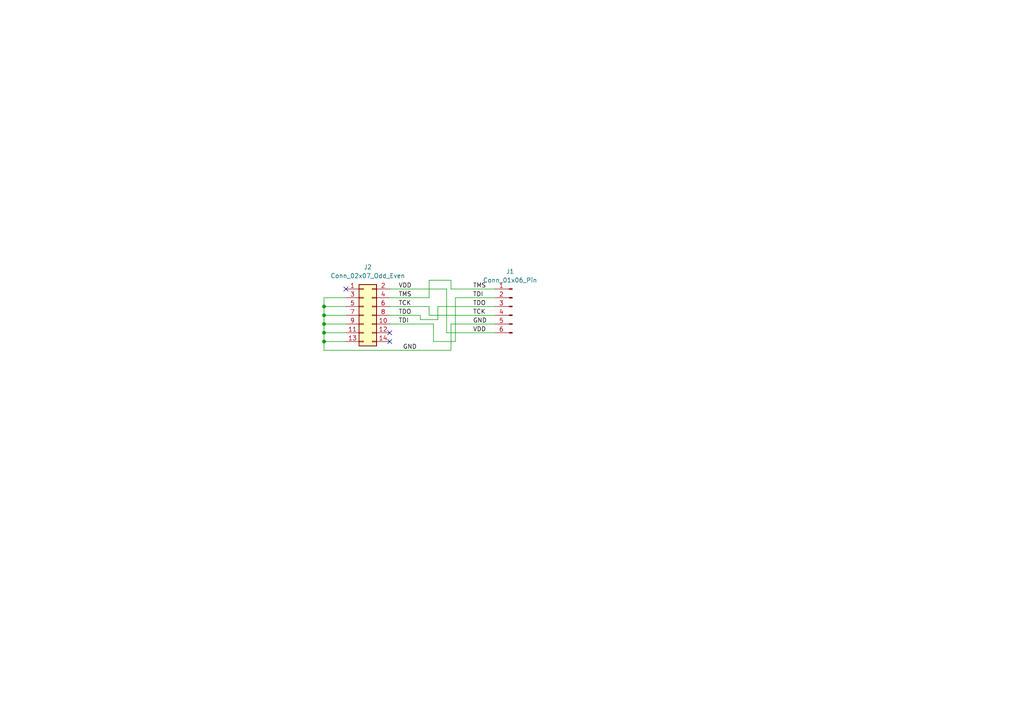
<source format=kicad_sch>
(kicad_sch
	(version 20231120)
	(generator "eeschema")
	(generator_version "8.0")
	(uuid "af0ee61b-bc34-4aee-bec4-e4f427a516ba")
	(paper "A4")
	(lib_symbols
		(symbol "Connector:Conn_01x06_Pin"
			(pin_names
				(offset 1.016) hide)
			(exclude_from_sim no)
			(in_bom yes)
			(on_board yes)
			(property "Reference" "J"
				(at 0 7.62 0)
				(effects
					(font
						(size 1.27 1.27)
					)
				)
			)
			(property "Value" "Conn_01x06_Pin"
				(at 0 -10.16 0)
				(effects
					(font
						(size 1.27 1.27)
					)
				)
			)
			(property "Footprint" ""
				(at 0 0 0)
				(effects
					(font
						(size 1.27 1.27)
					)
					(hide yes)
				)
			)
			(property "Datasheet" "~"
				(at 0 0 0)
				(effects
					(font
						(size 1.27 1.27)
					)
					(hide yes)
				)
			)
			(property "Description" "Generic connector, single row, 01x06, script generated"
				(at 0 0 0)
				(effects
					(font
						(size 1.27 1.27)
					)
					(hide yes)
				)
			)
			(property "ki_locked" ""
				(at 0 0 0)
				(effects
					(font
						(size 1.27 1.27)
					)
				)
			)
			(property "ki_keywords" "connector"
				(at 0 0 0)
				(effects
					(font
						(size 1.27 1.27)
					)
					(hide yes)
				)
			)
			(property "ki_fp_filters" "Connector*:*_1x??_*"
				(at 0 0 0)
				(effects
					(font
						(size 1.27 1.27)
					)
					(hide yes)
				)
			)
			(symbol "Conn_01x06_Pin_1_1"
				(polyline
					(pts
						(xy 1.27 -7.62) (xy 0.8636 -7.62)
					)
					(stroke
						(width 0.1524)
						(type default)
					)
					(fill
						(type none)
					)
				)
				(polyline
					(pts
						(xy 1.27 -5.08) (xy 0.8636 -5.08)
					)
					(stroke
						(width 0.1524)
						(type default)
					)
					(fill
						(type none)
					)
				)
				(polyline
					(pts
						(xy 1.27 -2.54) (xy 0.8636 -2.54)
					)
					(stroke
						(width 0.1524)
						(type default)
					)
					(fill
						(type none)
					)
				)
				(polyline
					(pts
						(xy 1.27 0) (xy 0.8636 0)
					)
					(stroke
						(width 0.1524)
						(type default)
					)
					(fill
						(type none)
					)
				)
				(polyline
					(pts
						(xy 1.27 2.54) (xy 0.8636 2.54)
					)
					(stroke
						(width 0.1524)
						(type default)
					)
					(fill
						(type none)
					)
				)
				(polyline
					(pts
						(xy 1.27 5.08) (xy 0.8636 5.08)
					)
					(stroke
						(width 0.1524)
						(type default)
					)
					(fill
						(type none)
					)
				)
				(rectangle
					(start 0.8636 -7.493)
					(end 0 -7.747)
					(stroke
						(width 0.1524)
						(type default)
					)
					(fill
						(type outline)
					)
				)
				(rectangle
					(start 0.8636 -4.953)
					(end 0 -5.207)
					(stroke
						(width 0.1524)
						(type default)
					)
					(fill
						(type outline)
					)
				)
				(rectangle
					(start 0.8636 -2.413)
					(end 0 -2.667)
					(stroke
						(width 0.1524)
						(type default)
					)
					(fill
						(type outline)
					)
				)
				(rectangle
					(start 0.8636 0.127)
					(end 0 -0.127)
					(stroke
						(width 0.1524)
						(type default)
					)
					(fill
						(type outline)
					)
				)
				(rectangle
					(start 0.8636 2.667)
					(end 0 2.413)
					(stroke
						(width 0.1524)
						(type default)
					)
					(fill
						(type outline)
					)
				)
				(rectangle
					(start 0.8636 5.207)
					(end 0 4.953)
					(stroke
						(width 0.1524)
						(type default)
					)
					(fill
						(type outline)
					)
				)
				(pin passive line
					(at 5.08 5.08 180)
					(length 3.81)
					(name "Pin_1"
						(effects
							(font
								(size 1.27 1.27)
							)
						)
					)
					(number "1"
						(effects
							(font
								(size 1.27 1.27)
							)
						)
					)
				)
				(pin passive line
					(at 5.08 2.54 180)
					(length 3.81)
					(name "Pin_2"
						(effects
							(font
								(size 1.27 1.27)
							)
						)
					)
					(number "2"
						(effects
							(font
								(size 1.27 1.27)
							)
						)
					)
				)
				(pin passive line
					(at 5.08 0 180)
					(length 3.81)
					(name "Pin_3"
						(effects
							(font
								(size 1.27 1.27)
							)
						)
					)
					(number "3"
						(effects
							(font
								(size 1.27 1.27)
							)
						)
					)
				)
				(pin passive line
					(at 5.08 -2.54 180)
					(length 3.81)
					(name "Pin_4"
						(effects
							(font
								(size 1.27 1.27)
							)
						)
					)
					(number "4"
						(effects
							(font
								(size 1.27 1.27)
							)
						)
					)
				)
				(pin passive line
					(at 5.08 -5.08 180)
					(length 3.81)
					(name "Pin_5"
						(effects
							(font
								(size 1.27 1.27)
							)
						)
					)
					(number "5"
						(effects
							(font
								(size 1.27 1.27)
							)
						)
					)
				)
				(pin passive line
					(at 5.08 -7.62 180)
					(length 3.81)
					(name "Pin_6"
						(effects
							(font
								(size 1.27 1.27)
							)
						)
					)
					(number "6"
						(effects
							(font
								(size 1.27 1.27)
							)
						)
					)
				)
			)
		)
		(symbol "Connector_Generic:Conn_02x07_Odd_Even"
			(pin_names
				(offset 1.016) hide)
			(exclude_from_sim no)
			(in_bom yes)
			(on_board yes)
			(property "Reference" "J"
				(at 1.27 10.16 0)
				(effects
					(font
						(size 1.27 1.27)
					)
				)
			)
			(property "Value" "Conn_02x07_Odd_Even"
				(at 1.27 -10.16 0)
				(effects
					(font
						(size 1.27 1.27)
					)
				)
			)
			(property "Footprint" ""
				(at 0 0 0)
				(effects
					(font
						(size 1.27 1.27)
					)
					(hide yes)
				)
			)
			(property "Datasheet" "~"
				(at 0 0 0)
				(effects
					(font
						(size 1.27 1.27)
					)
					(hide yes)
				)
			)
			(property "Description" "Generic connector, double row, 02x07, odd/even pin numbering scheme (row 1 odd numbers, row 2 even numbers), script generated (kicad-library-utils/schlib/autogen/connector/)"
				(at 0 0 0)
				(effects
					(font
						(size 1.27 1.27)
					)
					(hide yes)
				)
			)
			(property "ki_keywords" "connector"
				(at 0 0 0)
				(effects
					(font
						(size 1.27 1.27)
					)
					(hide yes)
				)
			)
			(property "ki_fp_filters" "Connector*:*_2x??_*"
				(at 0 0 0)
				(effects
					(font
						(size 1.27 1.27)
					)
					(hide yes)
				)
			)
			(symbol "Conn_02x07_Odd_Even_1_1"
				(rectangle
					(start -1.27 -7.493)
					(end 0 -7.747)
					(stroke
						(width 0.1524)
						(type default)
					)
					(fill
						(type none)
					)
				)
				(rectangle
					(start -1.27 -4.953)
					(end 0 -5.207)
					(stroke
						(width 0.1524)
						(type default)
					)
					(fill
						(type none)
					)
				)
				(rectangle
					(start -1.27 -2.413)
					(end 0 -2.667)
					(stroke
						(width 0.1524)
						(type default)
					)
					(fill
						(type none)
					)
				)
				(rectangle
					(start -1.27 0.127)
					(end 0 -0.127)
					(stroke
						(width 0.1524)
						(type default)
					)
					(fill
						(type none)
					)
				)
				(rectangle
					(start -1.27 2.667)
					(end 0 2.413)
					(stroke
						(width 0.1524)
						(type default)
					)
					(fill
						(type none)
					)
				)
				(rectangle
					(start -1.27 5.207)
					(end 0 4.953)
					(stroke
						(width 0.1524)
						(type default)
					)
					(fill
						(type none)
					)
				)
				(rectangle
					(start -1.27 7.747)
					(end 0 7.493)
					(stroke
						(width 0.1524)
						(type default)
					)
					(fill
						(type none)
					)
				)
				(rectangle
					(start -1.27 8.89)
					(end 3.81 -8.89)
					(stroke
						(width 0.254)
						(type default)
					)
					(fill
						(type background)
					)
				)
				(rectangle
					(start 3.81 -7.493)
					(end 2.54 -7.747)
					(stroke
						(width 0.1524)
						(type default)
					)
					(fill
						(type none)
					)
				)
				(rectangle
					(start 3.81 -4.953)
					(end 2.54 -5.207)
					(stroke
						(width 0.1524)
						(type default)
					)
					(fill
						(type none)
					)
				)
				(rectangle
					(start 3.81 -2.413)
					(end 2.54 -2.667)
					(stroke
						(width 0.1524)
						(type default)
					)
					(fill
						(type none)
					)
				)
				(rectangle
					(start 3.81 0.127)
					(end 2.54 -0.127)
					(stroke
						(width 0.1524)
						(type default)
					)
					(fill
						(type none)
					)
				)
				(rectangle
					(start 3.81 2.667)
					(end 2.54 2.413)
					(stroke
						(width 0.1524)
						(type default)
					)
					(fill
						(type none)
					)
				)
				(rectangle
					(start 3.81 5.207)
					(end 2.54 4.953)
					(stroke
						(width 0.1524)
						(type default)
					)
					(fill
						(type none)
					)
				)
				(rectangle
					(start 3.81 7.747)
					(end 2.54 7.493)
					(stroke
						(width 0.1524)
						(type default)
					)
					(fill
						(type none)
					)
				)
				(pin passive line
					(at -5.08 7.62 0)
					(length 3.81)
					(name "Pin_1"
						(effects
							(font
								(size 1.27 1.27)
							)
						)
					)
					(number "1"
						(effects
							(font
								(size 1.27 1.27)
							)
						)
					)
				)
				(pin passive line
					(at 7.62 -2.54 180)
					(length 3.81)
					(name "Pin_10"
						(effects
							(font
								(size 1.27 1.27)
							)
						)
					)
					(number "10"
						(effects
							(font
								(size 1.27 1.27)
							)
						)
					)
				)
				(pin passive line
					(at -5.08 -5.08 0)
					(length 3.81)
					(name "Pin_11"
						(effects
							(font
								(size 1.27 1.27)
							)
						)
					)
					(number "11"
						(effects
							(font
								(size 1.27 1.27)
							)
						)
					)
				)
				(pin passive line
					(at 7.62 -5.08 180)
					(length 3.81)
					(name "Pin_12"
						(effects
							(font
								(size 1.27 1.27)
							)
						)
					)
					(number "12"
						(effects
							(font
								(size 1.27 1.27)
							)
						)
					)
				)
				(pin passive line
					(at -5.08 -7.62 0)
					(length 3.81)
					(name "Pin_13"
						(effects
							(font
								(size 1.27 1.27)
							)
						)
					)
					(number "13"
						(effects
							(font
								(size 1.27 1.27)
							)
						)
					)
				)
				(pin passive line
					(at 7.62 -7.62 180)
					(length 3.81)
					(name "Pin_14"
						(effects
							(font
								(size 1.27 1.27)
							)
						)
					)
					(number "14"
						(effects
							(font
								(size 1.27 1.27)
							)
						)
					)
				)
				(pin passive line
					(at 7.62 7.62 180)
					(length 3.81)
					(name "Pin_2"
						(effects
							(font
								(size 1.27 1.27)
							)
						)
					)
					(number "2"
						(effects
							(font
								(size 1.27 1.27)
							)
						)
					)
				)
				(pin passive line
					(at -5.08 5.08 0)
					(length 3.81)
					(name "Pin_3"
						(effects
							(font
								(size 1.27 1.27)
							)
						)
					)
					(number "3"
						(effects
							(font
								(size 1.27 1.27)
							)
						)
					)
				)
				(pin passive line
					(at 7.62 5.08 180)
					(length 3.81)
					(name "Pin_4"
						(effects
							(font
								(size 1.27 1.27)
							)
						)
					)
					(number "4"
						(effects
							(font
								(size 1.27 1.27)
							)
						)
					)
				)
				(pin passive line
					(at -5.08 2.54 0)
					(length 3.81)
					(name "Pin_5"
						(effects
							(font
								(size 1.27 1.27)
							)
						)
					)
					(number "5"
						(effects
							(font
								(size 1.27 1.27)
							)
						)
					)
				)
				(pin passive line
					(at 7.62 2.54 180)
					(length 3.81)
					(name "Pin_6"
						(effects
							(font
								(size 1.27 1.27)
							)
						)
					)
					(number "6"
						(effects
							(font
								(size 1.27 1.27)
							)
						)
					)
				)
				(pin passive line
					(at -5.08 0 0)
					(length 3.81)
					(name "Pin_7"
						(effects
							(font
								(size 1.27 1.27)
							)
						)
					)
					(number "7"
						(effects
							(font
								(size 1.27 1.27)
							)
						)
					)
				)
				(pin passive line
					(at 7.62 0 180)
					(length 3.81)
					(name "Pin_8"
						(effects
							(font
								(size 1.27 1.27)
							)
						)
					)
					(number "8"
						(effects
							(font
								(size 1.27 1.27)
							)
						)
					)
				)
				(pin passive line
					(at -5.08 -2.54 0)
					(length 3.81)
					(name "Pin_9"
						(effects
							(font
								(size 1.27 1.27)
							)
						)
					)
					(number "9"
						(effects
							(font
								(size 1.27 1.27)
							)
						)
					)
				)
			)
		)
	)
	(junction
		(at 93.98 99.06)
		(diameter 0)
		(color 0 0 0 0)
		(uuid "09a969e6-86db-47f6-9d4b-20638149da79")
	)
	(junction
		(at 93.98 93.98)
		(diameter 0)
		(color 0 0 0 0)
		(uuid "477662a4-c9f4-44ea-b876-c672a795f509")
	)
	(junction
		(at 93.98 96.52)
		(diameter 0)
		(color 0 0 0 0)
		(uuid "a18de28c-effd-4854-9a34-db63ca30b6ea")
	)
	(junction
		(at 93.98 88.9)
		(diameter 0)
		(color 0 0 0 0)
		(uuid "a862e00f-66dd-4d14-b227-03032d3e9f7d")
	)
	(junction
		(at 93.98 91.44)
		(diameter 0)
		(color 0 0 0 0)
		(uuid "f63294cf-3869-49a2-8e82-523f3bce0e33")
	)
	(no_connect
		(at 113.03 99.06)
		(uuid "4a27b464-4992-43b4-a250-9cb2f257e2b7")
	)
	(no_connect
		(at 113.03 96.52)
		(uuid "80a6d468-ca3c-45f3-9e96-7147a04c4a6b")
	)
	(no_connect
		(at 100.33 83.82)
		(uuid "849fe0d7-9017-447b-8c41-82b7366a4cc1")
	)
	(wire
		(pts
			(xy 93.98 88.9) (xy 93.98 91.44)
		)
		(stroke
			(width 0)
			(type default)
		)
		(uuid "05aa720a-bd7a-4816-9710-ba80ad211cfa")
	)
	(wire
		(pts
			(xy 93.98 99.06) (xy 100.33 99.06)
		)
		(stroke
			(width 0)
			(type default)
		)
		(uuid "06c289a1-1119-40ec-9331-0bf22ba9e613")
	)
	(wire
		(pts
			(xy 130.81 81.28) (xy 124.46 81.28)
		)
		(stroke
			(width 0)
			(type default)
		)
		(uuid "0c82a89a-3d1c-4000-a799-91138a637ee7")
	)
	(wire
		(pts
			(xy 113.03 83.82) (xy 129.54 83.82)
		)
		(stroke
			(width 0)
			(type default)
		)
		(uuid "128f445c-27a8-4695-bef9-a4a1c50e44e9")
	)
	(wire
		(pts
			(xy 93.98 101.6) (xy 93.98 99.06)
		)
		(stroke
			(width 0)
			(type default)
		)
		(uuid "142aa946-80c1-4090-8a67-869355134f1a")
	)
	(wire
		(pts
			(xy 100.33 91.44) (xy 93.98 91.44)
		)
		(stroke
			(width 0)
			(type default)
		)
		(uuid "1d1c56ac-edb7-458f-99e2-5a4c3cabb492")
	)
	(wire
		(pts
			(xy 130.81 83.82) (xy 130.81 81.28)
		)
		(stroke
			(width 0)
			(type default)
		)
		(uuid "24387539-2fb8-43a1-975e-dc5381f11320")
	)
	(wire
		(pts
			(xy 113.03 86.36) (xy 124.46 86.36)
		)
		(stroke
			(width 0)
			(type default)
		)
		(uuid "2618bbab-f06b-4bd5-81e6-f850741d8dfc")
	)
	(wire
		(pts
			(xy 132.08 99.06) (xy 132.08 86.36)
		)
		(stroke
			(width 0)
			(type default)
		)
		(uuid "31aa2586-719c-46df-9423-920ed96c0134")
	)
	(wire
		(pts
			(xy 124.46 88.9) (xy 124.46 91.44)
		)
		(stroke
			(width 0)
			(type default)
		)
		(uuid "3334998e-1a90-4e63-97ab-d41d0c1b8595")
	)
	(wire
		(pts
			(xy 130.81 93.98) (xy 130.81 101.6)
		)
		(stroke
			(width 0)
			(type default)
		)
		(uuid "3636ee0a-3d74-4e4e-a242-5d24f12832a4")
	)
	(wire
		(pts
			(xy 130.81 83.82) (xy 143.51 83.82)
		)
		(stroke
			(width 0)
			(type default)
		)
		(uuid "36fd236d-cc35-4298-8d28-708a5fd576e6")
	)
	(wire
		(pts
			(xy 125.73 93.98) (xy 125.73 99.06)
		)
		(stroke
			(width 0)
			(type default)
		)
		(uuid "4c6f17ac-cccb-4c35-a758-680215334462")
	)
	(wire
		(pts
			(xy 93.98 93.98) (xy 93.98 96.52)
		)
		(stroke
			(width 0)
			(type default)
		)
		(uuid "50b21bd3-ab0e-4bd3-b028-b7bfee7731de")
	)
	(wire
		(pts
			(xy 127 92.71) (xy 121.92 92.71)
		)
		(stroke
			(width 0)
			(type default)
		)
		(uuid "528bd6f1-cd53-4cfb-94a9-73b1b259240b")
	)
	(wire
		(pts
			(xy 100.33 96.52) (xy 93.98 96.52)
		)
		(stroke
			(width 0)
			(type default)
		)
		(uuid "541b720b-d356-4beb-a230-5cf2127f77df")
	)
	(wire
		(pts
			(xy 113.03 93.98) (xy 125.73 93.98)
		)
		(stroke
			(width 0)
			(type default)
		)
		(uuid "58cc9bc4-9798-497a-a692-f3fc52f9abbc")
	)
	(wire
		(pts
			(xy 93.98 96.52) (xy 93.98 99.06)
		)
		(stroke
			(width 0)
			(type default)
		)
		(uuid "5e5fe872-e50e-4019-86c8-b94b6340c529")
	)
	(wire
		(pts
			(xy 93.98 91.44) (xy 93.98 93.98)
		)
		(stroke
			(width 0)
			(type default)
		)
		(uuid "61dee6b5-bf26-440a-b959-2630c2b74031")
	)
	(wire
		(pts
			(xy 127 88.9) (xy 127 92.71)
		)
		(stroke
			(width 0)
			(type default)
		)
		(uuid "67e65174-ba0f-4a10-aae3-b410877b1fda")
	)
	(wire
		(pts
			(xy 100.33 88.9) (xy 93.98 88.9)
		)
		(stroke
			(width 0)
			(type default)
		)
		(uuid "7058763e-4b6e-4313-a601-278f3826db2b")
	)
	(wire
		(pts
			(xy 129.54 96.52) (xy 129.54 83.82)
		)
		(stroke
			(width 0)
			(type default)
		)
		(uuid "8b4eb07c-3220-4fdf-95a4-3c04685d4858")
	)
	(wire
		(pts
			(xy 129.54 96.52) (xy 143.51 96.52)
		)
		(stroke
			(width 0)
			(type default)
		)
		(uuid "92110915-c684-4758-bbe2-62122bba6492")
	)
	(wire
		(pts
			(xy 113.03 91.44) (xy 121.92 91.44)
		)
		(stroke
			(width 0)
			(type default)
		)
		(uuid "94fcd036-90de-41c8-be40-e826ebecbad0")
	)
	(wire
		(pts
			(xy 124.46 81.28) (xy 124.46 86.36)
		)
		(stroke
			(width 0)
			(type default)
		)
		(uuid "b274a5d1-bacb-43f1-bb4a-a8b962fb9dc9")
	)
	(wire
		(pts
			(xy 125.73 99.06) (xy 132.08 99.06)
		)
		(stroke
			(width 0)
			(type default)
		)
		(uuid "b651880a-76ce-4249-81a0-d0f019791013")
	)
	(wire
		(pts
			(xy 127 88.9) (xy 143.51 88.9)
		)
		(stroke
			(width 0)
			(type default)
		)
		(uuid "b8241ebc-acb3-4458-804f-627d4626bf14")
	)
	(wire
		(pts
			(xy 124.46 91.44) (xy 143.51 91.44)
		)
		(stroke
			(width 0)
			(type default)
		)
		(uuid "c69235a2-a66f-43ac-b473-78da8812ac1a")
	)
	(wire
		(pts
			(xy 130.81 93.98) (xy 143.51 93.98)
		)
		(stroke
			(width 0)
			(type default)
		)
		(uuid "c8549400-d008-4fa5-95b4-b3bd5de719ba")
	)
	(wire
		(pts
			(xy 100.33 93.98) (xy 93.98 93.98)
		)
		(stroke
			(width 0)
			(type default)
		)
		(uuid "cbd00201-928a-4413-8b28-d8f3a8b4e718")
	)
	(wire
		(pts
			(xy 100.33 86.36) (xy 93.98 86.36)
		)
		(stroke
			(width 0)
			(type default)
		)
		(uuid "cf231242-14e2-46b6-9047-d13bb51351ef")
	)
	(wire
		(pts
			(xy 93.98 101.6) (xy 130.81 101.6)
		)
		(stroke
			(width 0)
			(type default)
		)
		(uuid "da359433-d9be-40d8-9346-7498ff20605d")
	)
	(wire
		(pts
			(xy 121.92 91.44) (xy 121.92 92.71)
		)
		(stroke
			(width 0)
			(type default)
		)
		(uuid "daaf57a6-1d4a-4e12-a817-5f9982c5312c")
	)
	(wire
		(pts
			(xy 113.03 88.9) (xy 124.46 88.9)
		)
		(stroke
			(width 0)
			(type default)
		)
		(uuid "ed7a526f-d499-4387-b896-cd058bbfc49b")
	)
	(wire
		(pts
			(xy 132.08 86.36) (xy 143.51 86.36)
		)
		(stroke
			(width 0)
			(type default)
		)
		(uuid "efdf4067-e26a-4ee7-98b9-158e5fe20990")
	)
	(wire
		(pts
			(xy 93.98 86.36) (xy 93.98 88.9)
		)
		(stroke
			(width 0)
			(type default)
		)
		(uuid "f4749adf-8a98-4cbb-ae76-47cce21bf66d")
	)
	(label "TDI"
		(at 115.57 93.98 0)
		(effects
			(font
				(size 1.27 1.27)
			)
			(justify left bottom)
		)
		(uuid "21af49d1-c2ef-4bee-8c50-35b237c79463")
	)
	(label "TCK"
		(at 137.16 91.44 0)
		(effects
			(font
				(size 1.27 1.27)
			)
			(justify left bottom)
		)
		(uuid "34414be0-1d7d-45e9-9c11-2f713de03105")
	)
	(label "TDO"
		(at 115.57 91.44 0)
		(effects
			(font
				(size 1.27 1.27)
			)
			(justify left bottom)
		)
		(uuid "36507016-e098-48f4-b19f-3320f114bc5f")
	)
	(label "VDD"
		(at 115.57 83.82 0)
		(effects
			(font
				(size 1.27 1.27)
			)
			(justify left bottom)
		)
		(uuid "480cb99c-b57c-4227-8560-94104e852afd")
	)
	(label "GND"
		(at 137.16 93.98 0)
		(effects
			(font
				(size 1.27 1.27)
			)
			(justify left bottom)
		)
		(uuid "5c44b18c-b813-4c00-b18c-548f5cdfb707")
	)
	(label "VDD"
		(at 137.16 96.52 0)
		(effects
			(font
				(size 1.27 1.27)
			)
			(justify left bottom)
		)
		(uuid "626795bb-b321-4cdd-b542-20aba6755c46")
	)
	(label "TMS"
		(at 137.16 83.82 0)
		(effects
			(font
				(size 1.27 1.27)
			)
			(justify left bottom)
		)
		(uuid "681c8ca8-7deb-48fd-af5d-e78b52def0ee")
	)
	(label "TDI"
		(at 137.16 86.36 0)
		(effects
			(font
				(size 1.27 1.27)
			)
			(justify left bottom)
		)
		(uuid "6a0e34db-e791-40f7-9219-47cf188b9eb2")
	)
	(label "GND"
		(at 116.84 101.6 0)
		(effects
			(font
				(size 1.27 1.27)
			)
			(justify left bottom)
		)
		(uuid "78ca28b6-f4b7-434e-90be-cd9847ecdb8a")
	)
	(label "TDO"
		(at 137.16 88.9 0)
		(effects
			(font
				(size 1.27 1.27)
			)
			(justify left bottom)
		)
		(uuid "8fc57f4e-d074-4ec8-9d40-d3c3f4071165")
	)
	(label "TCK"
		(at 115.57 88.9 0)
		(effects
			(font
				(size 1.27 1.27)
			)
			(justify left bottom)
		)
		(uuid "9c754800-7b4e-43cf-bfec-2c9cc0975374")
	)
	(label "TMS"
		(at 115.57 86.36 0)
		(effects
			(font
				(size 1.27 1.27)
			)
			(justify left bottom)
		)
		(uuid "9f2c3617-9613-4307-aa39-05beb2e198e4")
	)
	(symbol
		(lib_id "Connector_Generic:Conn_02x07_Odd_Even")
		(at 105.41 91.44 0)
		(unit 1)
		(exclude_from_sim no)
		(in_bom yes)
		(on_board yes)
		(dnp no)
		(fields_autoplaced yes)
		(uuid "8a3d0d3e-ecbb-468a-9f60-e7c7fbe3f6c7")
		(property "Reference" "J2"
			(at 106.68 77.47 0)
			(effects
				(font
					(size 1.27 1.27)
				)
			)
		)
		(property "Value" "Conn_02x07_Odd_Even"
			(at 106.68 80.01 0)
			(effects
				(font
					(size 1.27 1.27)
				)
			)
		)
		(property "Footprint" "Connector_PinHeader_2.00mm:PinHeader_2x07_P2.00mm_Vertical"
			(at 105.41 91.44 0)
			(effects
				(font
					(size 1.27 1.27)
				)
				(hide yes)
			)
		)
		(property "Datasheet" "~"
			(at 105.41 91.44 0)
			(effects
				(font
					(size 1.27 1.27)
				)
				(hide yes)
			)
		)
		(property "Description" "Generic connector, double row, 02x07, odd/even pin numbering scheme (row 1 odd numbers, row 2 even numbers), script generated (kicad-library-utils/schlib/autogen/connector/)"
			(at 105.41 91.44 0)
			(effects
				(font
					(size 1.27 1.27)
				)
				(hide yes)
			)
		)
		(pin "3"
			(uuid "72c76323-f937-4e05-9e43-574126873e0f")
		)
		(pin "1"
			(uuid "bfa7ce5a-1ced-43f2-b804-e97bbbad8781")
		)
		(pin "14"
			(uuid "5e54c3f7-5a52-4420-9da1-df11e6466f89")
		)
		(pin "9"
			(uuid "3c115386-4dde-4823-8d88-d5beaff36f0b")
		)
		(pin "10"
			(uuid "a684b43a-2c26-4f92-ad43-d1d9710e9f73")
		)
		(pin "5"
			(uuid "0eb87627-d9ed-40a7-b10b-d198c86b2742")
		)
		(pin "2"
			(uuid "1aac5b15-020d-4cb2-b60e-e92c4cd12d1a")
		)
		(pin "13"
			(uuid "55aeb5f5-edd6-4cf7-8469-f5e6b5ae5253")
		)
		(pin "12"
			(uuid "8be85bca-36c6-4310-9103-ccd4cbd8efa8")
		)
		(pin "7"
			(uuid "3c2abc96-78a3-461c-8422-da580a33b086")
		)
		(pin "4"
			(uuid "b3c0d404-cc8d-4bbc-b8c1-c34d5862feda")
		)
		(pin "6"
			(uuid "32c06340-6d76-4077-ab02-097756d569b3")
		)
		(pin "11"
			(uuid "78f5cded-c6f3-4a0a-9cee-d38476ddd942")
		)
		(pin "8"
			(uuid "320b9bed-5068-4e4a-b2b9-858a7f6b2478")
		)
		(instances
			(project ""
				(path "/af0ee61b-bc34-4aee-bec4-e4f427a516ba"
					(reference "J2")
					(unit 1)
				)
			)
		)
	)
	(symbol
		(lib_id "Connector:Conn_01x06_Pin")
		(at 148.59 88.9 0)
		(mirror y)
		(unit 1)
		(exclude_from_sim no)
		(in_bom yes)
		(on_board yes)
		(dnp no)
		(uuid "f05ed167-dffb-4552-b513-3a87c6b037be")
		(property "Reference" "J1"
			(at 147.955 78.74 0)
			(effects
				(font
					(size 1.27 1.27)
				)
			)
		)
		(property "Value" "Conn_01x06_Pin"
			(at 147.955 81.28 0)
			(effects
				(font
					(size 1.27 1.27)
				)
			)
		)
		(property "Footprint" "Connector_PinHeader_2.54mm:PinHeader_1x06_P2.54mm_Vertical"
			(at 148.59 88.9 0)
			(effects
				(font
					(size 1.27 1.27)
				)
				(hide yes)
			)
		)
		(property "Datasheet" "~"
			(at 148.59 88.9 0)
			(effects
				(font
					(size 1.27 1.27)
				)
				(hide yes)
			)
		)
		(property "Description" "Generic connector, single row, 01x06, script generated"
			(at 148.59 88.9 0)
			(effects
				(font
					(size 1.27 1.27)
				)
				(hide yes)
			)
		)
		(pin "4"
			(uuid "123e2dac-db4b-4497-bad6-a34a51bb8a35")
		)
		(pin "2"
			(uuid "493f1984-9bd0-4524-80e9-932e9e780eed")
		)
		(pin "3"
			(uuid "9436fc7d-852d-4b7f-80e9-add32af6592b")
		)
		(pin "1"
			(uuid "65300dea-fa4f-4990-8d6c-79b39e7bf459")
		)
		(pin "6"
			(uuid "cc2aa402-68a6-454a-96e3-5b0235e455fc")
		)
		(pin "5"
			(uuid "e568824f-530b-4fd5-bb0c-f5ce5fae4e9e")
		)
		(instances
			(project "jtag_14pa"
				(path "/af0ee61b-bc34-4aee-bec4-e4f427a516ba"
					(reference "J1")
					(unit 1)
				)
			)
		)
	)
	(sheet_instances
		(path "/"
			(page "1")
		)
	)
)

</source>
